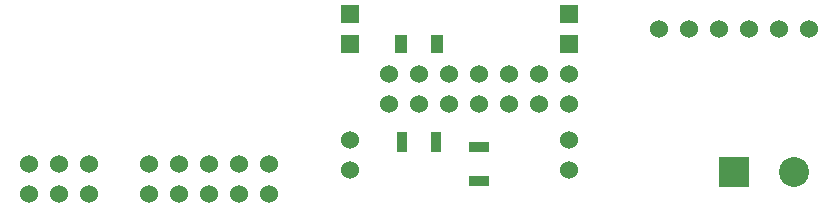
<source format=gts>
G04 #@! TF.FileFunction,Soldermask,Top*
%FSLAX46Y46*%
G04 Gerber Fmt 4.6, Leading zero omitted, Abs format (unit mm)*
G04 Created by KiCad (PCBNEW no-vcs-found-product) date Wed 28 Oct 2015 12:10:27 PM EDT*
%MOMM*%
G01*
G04 APERTURE LIST*
%ADD10C,0.150000*%
%ADD11C,1.524000*%
%ADD12R,1.000000X1.600000*%
%ADD13R,2.540000X2.540000*%
%ADD14C,2.540000*%
%ADD15R,1.700000X0.900000*%
%ADD16R,0.900000X1.700000*%
%ADD17R,1.524000X1.524000*%
G04 APERTURE END LIST*
D10*
D11*
X33020000Y6350000D03*
X30480000Y6350000D03*
X5080000Y2540000D03*
X0Y2540000D03*
X0Y0D03*
X2540000Y0D03*
X2540000Y2540000D03*
X5080000Y0D03*
X12700000Y2540000D03*
X12700000Y0D03*
X15240000Y0D03*
X15240000Y2540000D03*
X7620000Y2540000D03*
X10160000Y2540000D03*
X7620000Y0D03*
X10160000Y0D03*
X22860000Y6350000D03*
X25400000Y6350000D03*
X27940000Y6350000D03*
X35560000Y6350000D03*
D12*
X1040000Y5080000D03*
X4040000Y5080000D03*
D11*
X-15240000Y-7620000D03*
X-12700000Y-7620000D03*
X-17780000Y-7620000D03*
X-17780000Y-5080000D03*
X-15240000Y-5080000D03*
X-12700000Y-5080000D03*
X-10160000Y-5080000D03*
X-10160000Y-7620000D03*
X-20320000Y-7620000D03*
X-20320000Y-5080000D03*
X-25400000Y-7620000D03*
X-25400000Y-5080000D03*
X-27940000Y-5080000D03*
X-27940000Y-7620000D03*
X-30480000Y-7620000D03*
X-30480000Y-5080000D03*
D13*
X29210000Y-5715000D03*
D14*
X34290000Y-5715000D03*
D15*
X7620000Y-6530000D03*
X7620000Y-3630000D03*
D16*
X3990000Y-3175000D03*
X1090000Y-3175000D03*
D17*
X-3302000Y7620000D03*
X-3302000Y5080000D03*
X15240000Y7620000D03*
X15240000Y5080000D03*
D11*
X-3302000Y-5588000D03*
X-3302000Y-3048000D03*
X15240000Y-5588000D03*
X15240000Y-3048000D03*
M02*

</source>
